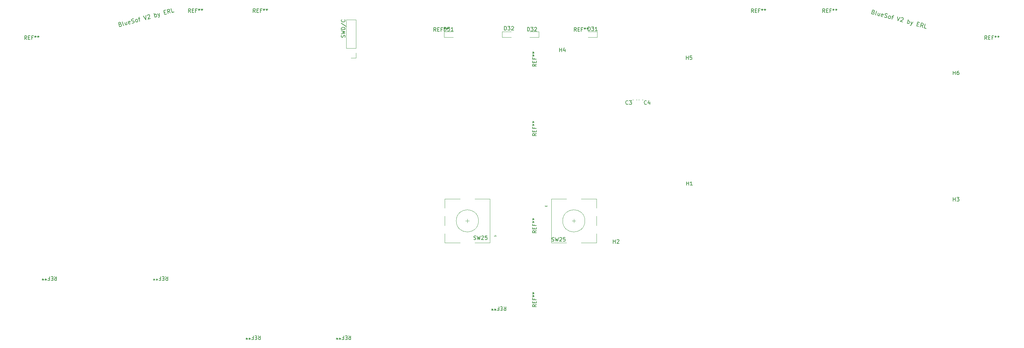
<source format=gto>
G04 #@! TF.GenerationSoftware,KiCad,Pcbnew,(5.99.0-8557-g8988e46ab1)*
G04 #@! TF.CreationDate,2021-01-24T23:32:50-07:00*
G04 #@! TF.ProjectId,Panel,50616e65-6c2e-46b6-9963-61645f706362,rev?*
G04 #@! TF.SameCoordinates,PX85099e0PY51bada0*
G04 #@! TF.FileFunction,Legend,Top*
G04 #@! TF.FilePolarity,Positive*
%FSLAX46Y46*%
G04 Gerber Fmt 4.6, Leading zero omitted, Abs format (unit mm)*
G04 Created by KiCad (PCBNEW (5.99.0-8557-g8988e46ab1)) date 2021-01-24 23:32:50*
%MOMM*%
%LPD*%
G01*
G04 APERTURE LIST*
%ADD10C,0.200000*%
%ADD11C,0.150000*%
%ADD12C,0.120000*%
G04 APERTURE END LIST*
D10*
X-115250141Y30600879D02*
X-115084795Y30590954D01*
X-115020642Y30553915D01*
X-114942932Y30466280D01*
X-114902260Y30314492D01*
X-114925742Y30199743D01*
X-114962781Y30135589D01*
X-115050416Y30057879D01*
X-115455185Y29949421D01*
X-115739886Y31011940D01*
X-115385713Y31106840D01*
X-115270963Y31083358D01*
X-115206810Y31046319D01*
X-115129100Y30958684D01*
X-115101985Y30857492D01*
X-115125467Y30742743D01*
X-115162506Y30678589D01*
X-115250141Y30600879D01*
X-115604314Y30505979D01*
X-114240878Y30274794D02*
X-114355627Y30298276D01*
X-114433338Y30385911D01*
X-114677367Y31296641D01*
X-113570545Y31213612D02*
X-113380744Y30505266D01*
X-114025910Y31091597D02*
X-113876781Y30535040D01*
X-113799070Y30447405D01*
X-113684321Y30423923D01*
X-113532532Y30464594D01*
X-113444897Y30542305D01*
X-113407858Y30606458D01*
X-112483571Y30799892D02*
X-112571206Y30722181D01*
X-112773591Y30667952D01*
X-112888340Y30691434D01*
X-112966051Y30779069D01*
X-113074508Y31183838D01*
X-113051026Y31298587D01*
X-112963391Y31376298D01*
X-112761007Y31430527D01*
X-112646257Y31407045D01*
X-112568547Y31319410D01*
X-112541433Y31218218D01*
X-113020279Y30981454D01*
X-112028206Y30921906D02*
X-111862861Y30911982D01*
X-111609880Y30979768D01*
X-111522245Y31057478D01*
X-111485206Y31121631D01*
X-111461724Y31236381D01*
X-111488839Y31337573D01*
X-111566549Y31425208D01*
X-111630702Y31462247D01*
X-111745452Y31485729D01*
X-111961394Y31482096D01*
X-112076143Y31505578D01*
X-112140296Y31542617D01*
X-112218007Y31630252D01*
X-112245121Y31731444D01*
X-112221639Y31846193D01*
X-112184600Y31910347D01*
X-112096965Y31988057D01*
X-111843985Y32055843D01*
X-111678639Y32045919D01*
X-110800342Y31196683D02*
X-110915092Y31220164D01*
X-110979245Y31257203D01*
X-111056955Y31344838D01*
X-111138299Y31648415D01*
X-111114817Y31763164D01*
X-111077778Y31827318D01*
X-110990143Y31905028D01*
X-110838354Y31945700D01*
X-110723605Y31922218D01*
X-110659452Y31885179D01*
X-110581741Y31797544D01*
X-110500398Y31493967D01*
X-110523880Y31379218D01*
X-110560919Y31315065D01*
X-110648554Y31237354D01*
X-110800342Y31196683D01*
X-110332393Y32081272D02*
X-109927624Y32189729D01*
X-109990804Y31413598D02*
X-110234834Y32324328D01*
X-110211352Y32439077D01*
X-110123717Y32516788D01*
X-110022525Y32543902D01*
X-109010602Y32815046D02*
X-108371729Y31847428D01*
X-108302257Y33004846D01*
X-107971566Y32984997D02*
X-107934527Y33049151D01*
X-107846892Y33126861D01*
X-107593911Y33194647D01*
X-107479162Y33171165D01*
X-107415008Y33134126D01*
X-107337298Y33046491D01*
X-107310184Y32945299D01*
X-107320108Y32779954D01*
X-107764575Y32010114D01*
X-107106826Y32186357D01*
X-105841923Y32525287D02*
X-106126624Y33587805D01*
X-106018166Y33183037D02*
X-105930531Y33260747D01*
X-105728147Y33314976D01*
X-105613397Y33291494D01*
X-105549244Y33254455D01*
X-105471534Y33166820D01*
X-105390191Y32863243D01*
X-105413672Y32748494D01*
X-105450711Y32684341D01*
X-105538346Y32606630D01*
X-105740731Y32552401D01*
X-105855480Y32575883D01*
X-105171590Y33464105D02*
X-104728808Y32823545D01*
X-104665628Y33599677D02*
X-104728808Y32823545D01*
X-104762215Y32543450D01*
X-104799254Y32479297D01*
X-104886889Y32401586D01*
X-103410650Y33773261D02*
X-103056477Y33868161D01*
X-102755560Y33352276D02*
X-103261521Y33216704D01*
X-103546222Y34279222D01*
X-103040261Y34414794D01*
X-101693042Y33636976D02*
X-102182786Y34048037D01*
X-102300195Y33474290D02*
X-102584896Y34536809D01*
X-102180127Y34645266D01*
X-102065378Y34621784D01*
X-102001224Y34584745D01*
X-101923514Y34497110D01*
X-101882842Y34345322D01*
X-101906324Y34230573D01*
X-101943363Y34166419D01*
X-102030998Y34088709D01*
X-102435767Y33980251D01*
X-100731715Y33894563D02*
X-101237676Y33758991D01*
X-101522377Y34821510D01*
X88085374Y33880465D02*
X88223605Y33789198D01*
X88260644Y33725044D01*
X88284125Y33610295D01*
X88243454Y33458507D01*
X88165743Y33370872D01*
X88101590Y33333833D01*
X87986841Y33310351D01*
X87582072Y33418808D01*
X87866773Y34481327D01*
X88220945Y34386427D01*
X88308580Y34308716D01*
X88345619Y34244563D01*
X88369101Y34129813D01*
X88341987Y34028621D01*
X88264276Y33940986D01*
X88200123Y33903947D01*
X88085374Y33880465D01*
X87731201Y33975366D01*
X88796378Y33093436D02*
X88708743Y33171146D01*
X88685262Y33285896D01*
X88929291Y34196626D01*
X89846313Y33571309D02*
X89656512Y32862964D01*
X89390948Y33693324D02*
X89241819Y33136767D01*
X89265301Y33022017D01*
X89352936Y32944307D01*
X89504724Y32903635D01*
X89619473Y32927117D01*
X89683627Y32964156D01*
X90580800Y32669531D02*
X90466050Y32646049D01*
X90263666Y32700278D01*
X90176031Y32777988D01*
X90152549Y32892737D01*
X90261006Y33297506D01*
X90338717Y33385141D01*
X90453466Y33408623D01*
X90655851Y33354394D01*
X90743486Y33276684D01*
X90766968Y33161934D01*
X90739853Y33060742D01*
X90206778Y33095122D01*
X91036165Y32547516D02*
X91174396Y32456248D01*
X91427376Y32388462D01*
X91542126Y32411944D01*
X91606279Y32448983D01*
X91683990Y32536618D01*
X91711104Y32637810D01*
X91687622Y32752560D01*
X91650583Y32816713D01*
X91562948Y32894423D01*
X91374121Y32999248D01*
X91286486Y33076959D01*
X91249447Y33141112D01*
X91225965Y33255861D01*
X91253080Y33357054D01*
X91330790Y33444689D01*
X91394943Y33481728D01*
X91509693Y33505209D01*
X91762673Y33437423D01*
X91900905Y33346156D01*
X92236914Y32171547D02*
X92149279Y32249258D01*
X92112240Y32313411D01*
X92088759Y32428160D01*
X92170102Y32731737D01*
X92247812Y32819372D01*
X92311965Y32856411D01*
X92426715Y32879893D01*
X92578503Y32839221D01*
X92666138Y32761511D01*
X92703177Y32697357D01*
X92726659Y32582608D01*
X92645316Y32279031D01*
X92567605Y32191396D01*
X92503452Y32154357D01*
X92388703Y32130876D01*
X92236914Y32171547D01*
X93084464Y32703649D02*
X93489233Y32595192D01*
X93046452Y31954632D02*
X93290481Y32865362D01*
X93368192Y32952997D01*
X93482941Y32976479D01*
X93584134Y32949365D01*
X94596056Y32678221D02*
X94665528Y31520802D01*
X95304402Y32488420D01*
X95580864Y32305885D02*
X95645017Y32342924D01*
X95759767Y32366406D01*
X96012747Y32298620D01*
X96100382Y32220909D01*
X96137421Y32156756D01*
X96160903Y32042006D01*
X96133788Y31940814D01*
X96042521Y31802583D01*
X95272681Y31358116D01*
X95930431Y31181872D01*
X97195333Y30842943D02*
X97480034Y31905461D01*
X97371577Y31500692D02*
X97486326Y31524174D01*
X97688711Y31469945D01*
X97776346Y31392235D01*
X97813385Y31328081D01*
X97836867Y31213332D01*
X97755523Y30909755D01*
X97677813Y30822120D01*
X97613660Y30785081D01*
X97498910Y30761600D01*
X97296526Y30815828D01*
X97208891Y30893539D01*
X98245268Y31320816D02*
X98308448Y30544685D01*
X98751229Y31185244D02*
X98308448Y30544685D01*
X98139470Y30318818D01*
X98075317Y30281779D01*
X97960567Y30258298D01*
X99924864Y30708083D02*
X100279037Y30613183D01*
X100281696Y30015954D02*
X99775735Y30151526D01*
X100060436Y31214045D01*
X100566397Y31078473D01*
X101344215Y29731253D02*
X101125614Y30332115D01*
X100737062Y29893940D02*
X101021762Y30956458D01*
X101426531Y30848000D01*
X101514166Y30770290D01*
X101551205Y30706137D01*
X101574687Y30591387D01*
X101534016Y30439599D01*
X101456305Y30351964D01*
X101392152Y30314925D01*
X101277402Y30291443D01*
X100872633Y30399901D01*
X102305541Y29473667D02*
X101799580Y29609239D01*
X102084281Y30671757D01*
D11*
X-78765576Y33794856D02*
X-79098909Y34271046D01*
X-79337004Y33794856D02*
X-79337004Y34794856D01*
X-78956052Y34794856D01*
X-78860814Y34747236D01*
X-78813195Y34699617D01*
X-78765576Y34604379D01*
X-78765576Y34461522D01*
X-78813195Y34366284D01*
X-78860814Y34318665D01*
X-78956052Y34271046D01*
X-79337004Y34271046D01*
X-78337004Y34318665D02*
X-78003671Y34318665D01*
X-77860814Y33794856D02*
X-78337004Y33794856D01*
X-78337004Y34794856D01*
X-77860814Y34794856D01*
X-77098909Y34318665D02*
X-77432242Y34318665D01*
X-77432242Y33794856D02*
X-77432242Y34794856D01*
X-76956052Y34794856D01*
X-76432242Y34794856D02*
X-76432242Y34556760D01*
X-76670338Y34651998D02*
X-76432242Y34556760D01*
X-76194147Y34651998D01*
X-76575100Y34366284D02*
X-76432242Y34556760D01*
X-76289385Y34366284D01*
X-75670338Y34794856D02*
X-75670338Y34556760D01*
X-75908433Y34651998D02*
X-75670338Y34556760D01*
X-75432242Y34651998D01*
X-75813195Y34366284D02*
X-75670338Y34556760D01*
X-75527481Y34366284D01*
X-54600485Y27066284D02*
X-54552866Y27209141D01*
X-54552866Y27447236D01*
X-54600485Y27542475D01*
X-54648104Y27590094D01*
X-54743342Y27637713D01*
X-54838580Y27637713D01*
X-54933818Y27590094D01*
X-54981437Y27542475D01*
X-55029056Y27447236D01*
X-55076675Y27256760D01*
X-55124294Y27161522D01*
X-55171913Y27113903D01*
X-55267151Y27066284D01*
X-55362389Y27066284D01*
X-55457627Y27113903D01*
X-55505246Y27161522D01*
X-55552866Y27256760D01*
X-55552866Y27494856D01*
X-55505246Y27637713D01*
X-55552866Y27971046D02*
X-54552866Y28209141D01*
X-55267151Y28399617D01*
X-54552866Y28590094D01*
X-55552866Y28828189D01*
X-54552866Y29209141D02*
X-55552866Y29209141D01*
X-55552866Y29447236D01*
X-55505246Y29590094D01*
X-55410008Y29685332D01*
X-55314770Y29732951D01*
X-55124294Y29780570D01*
X-54981437Y29780570D01*
X-54790961Y29732951D01*
X-54695723Y29685332D01*
X-54600485Y29590094D01*
X-54552866Y29447236D01*
X-54552866Y29209141D01*
X-55600485Y30923427D02*
X-54314770Y30066284D01*
X-54648104Y31828189D02*
X-54600485Y31780570D01*
X-54552866Y31637713D01*
X-54552866Y31542475D01*
X-54600485Y31399617D01*
X-54695723Y31304379D01*
X-54790961Y31256760D01*
X-54981437Y31209141D01*
X-55124294Y31209141D01*
X-55314770Y31256760D01*
X-55410008Y31304379D01*
X-55505246Y31399617D01*
X-55552866Y31542475D01*
X-55552866Y31637713D01*
X-55505246Y31780570D01*
X-55457627Y31828189D01*
X-2965390Y-45186097D02*
X-3441580Y-45519430D01*
X-2965390Y-45757525D02*
X-3965390Y-45757525D01*
X-3965390Y-45376573D01*
X-3917770Y-45281335D01*
X-3870151Y-45233716D01*
X-3774913Y-45186097D01*
X-3632056Y-45186097D01*
X-3536818Y-45233716D01*
X-3489199Y-45281335D01*
X-3441580Y-45376573D01*
X-3441580Y-45757525D01*
X-3489199Y-44757525D02*
X-3489199Y-44424192D01*
X-2965390Y-44281335D02*
X-2965390Y-44757525D01*
X-3965390Y-44757525D01*
X-3965390Y-44281335D01*
X-3489199Y-43519430D02*
X-3489199Y-43852764D01*
X-2965390Y-43852764D02*
X-3965390Y-43852764D01*
X-3965390Y-43376573D01*
X-3965390Y-42852764D02*
X-3727294Y-42852764D01*
X-3822532Y-43090859D02*
X-3727294Y-42852764D01*
X-3822532Y-42614668D01*
X-3536818Y-42995621D02*
X-3727294Y-42852764D01*
X-3536818Y-42709906D01*
X-3965390Y-42090859D02*
X-3727294Y-42090859D01*
X-3822532Y-42328954D02*
X-3727294Y-42090859D01*
X-3822532Y-41852764D01*
X-3536818Y-42233716D02*
X-3727294Y-42090859D01*
X-3536818Y-41948002D01*
X-5317580Y28744856D02*
X-5317580Y29744856D01*
X-5079485Y29744856D01*
X-4936628Y29697236D01*
X-4841390Y29601998D01*
X-4793771Y29506760D01*
X-4746152Y29316284D01*
X-4746152Y29173427D01*
X-4793771Y28982951D01*
X-4841390Y28887713D01*
X-4936628Y28792475D01*
X-5079485Y28744856D01*
X-5317580Y28744856D01*
X-4412818Y29744856D02*
X-3793771Y29744856D01*
X-4127104Y29363903D01*
X-3984247Y29363903D01*
X-3889009Y29316284D01*
X-3841390Y29268665D01*
X-3793771Y29173427D01*
X-3793771Y28935332D01*
X-3841390Y28840094D01*
X-3889009Y28792475D01*
X-3984247Y28744856D01*
X-4269961Y28744856D01*
X-4365199Y28792475D01*
X-4412818Y28840094D01*
X-3412818Y29649617D02*
X-3365199Y29697236D01*
X-3269961Y29744856D01*
X-3031866Y29744856D01*
X-2936628Y29697236D01*
X-2889009Y29649617D01*
X-2841390Y29554379D01*
X-2841390Y29459141D01*
X-2889009Y29316284D01*
X-3460437Y28744856D01*
X-2841390Y28744856D01*
X74959344Y33776185D02*
X74626011Y34252375D01*
X74387916Y33776185D02*
X74387916Y34776185D01*
X74768868Y34776185D01*
X74864106Y34728565D01*
X74911725Y34680946D01*
X74959344Y34585708D01*
X74959344Y34442851D01*
X74911725Y34347613D01*
X74864106Y34299994D01*
X74768868Y34252375D01*
X74387916Y34252375D01*
X75387916Y34299994D02*
X75721249Y34299994D01*
X75864106Y33776185D02*
X75387916Y33776185D01*
X75387916Y34776185D01*
X75864106Y34776185D01*
X76626011Y34299994D02*
X76292678Y34299994D01*
X76292678Y33776185D02*
X76292678Y34776185D01*
X76768868Y34776185D01*
X77292678Y34776185D02*
X77292678Y34538089D01*
X77054582Y34633327D02*
X77292678Y34538089D01*
X77530773Y34633327D01*
X77149820Y34347613D02*
X77292678Y34538089D01*
X77435535Y34347613D01*
X78054582Y34776185D02*
X78054582Y34538089D01*
X77816487Y34633327D02*
X78054582Y34538089D01*
X78292678Y34633327D01*
X77911725Y34347613D02*
X78054582Y34538089D01*
X78197439Y34347613D01*
X37634801Y-12930144D02*
X37634801Y-11930144D01*
X37634801Y-12406335D02*
X38206229Y-12406335D01*
X38206229Y-12930144D02*
X38206229Y-11930144D01*
X39206229Y-12930144D02*
X38634801Y-12930144D01*
X38920515Y-12930144D02*
X38920515Y-11930144D01*
X38825277Y-12073002D01*
X38730039Y-12168240D01*
X38634801Y-12215859D01*
X-27819532Y28794856D02*
X-27819532Y29794856D01*
X-27581437Y29794856D01*
X-27438580Y29747236D01*
X-27343342Y29651998D01*
X-27295723Y29556760D01*
X-27248104Y29366284D01*
X-27248104Y29223427D01*
X-27295723Y29032951D01*
X-27343342Y28937713D01*
X-27438580Y28842475D01*
X-27581437Y28794856D01*
X-27819532Y28794856D01*
X-26914770Y29794856D02*
X-26295723Y29794856D01*
X-26629056Y29413903D01*
X-26486199Y29413903D01*
X-26390961Y29366284D01*
X-26343342Y29318665D01*
X-26295723Y29223427D01*
X-26295723Y28985332D01*
X-26343342Y28890094D01*
X-26390961Y28842475D01*
X-26486199Y28794856D01*
X-26771913Y28794856D01*
X-26867151Y28842475D01*
X-26914770Y28890094D01*
X-25343342Y28794856D02*
X-25914770Y28794856D01*
X-25629056Y28794856D02*
X-25629056Y29794856D01*
X-25724294Y29651998D01*
X-25819532Y29556760D01*
X-25914770Y29509141D01*
X-103001715Y-37600383D02*
X-102668382Y-38076573D01*
X-102430287Y-37600383D02*
X-102430287Y-38600383D01*
X-102811239Y-38600383D01*
X-102906477Y-38552764D01*
X-102954096Y-38505144D01*
X-103001715Y-38409906D01*
X-103001715Y-38267049D01*
X-102954096Y-38171811D01*
X-102906477Y-38124192D01*
X-102811239Y-38076573D01*
X-102430287Y-38076573D01*
X-103430287Y-38124192D02*
X-103763620Y-38124192D01*
X-103906477Y-37600383D02*
X-103430287Y-37600383D01*
X-103430287Y-38600383D01*
X-103906477Y-38600383D01*
X-104668382Y-38124192D02*
X-104335048Y-38124192D01*
X-104335048Y-37600383D02*
X-104335048Y-38600383D01*
X-104811239Y-38600383D01*
X-105335048Y-38600383D02*
X-105335048Y-38362287D01*
X-105096953Y-38457525D02*
X-105335048Y-38362287D01*
X-105573144Y-38457525D01*
X-105192191Y-38171811D02*
X-105335048Y-38362287D01*
X-105477906Y-38171811D01*
X-106096953Y-38600383D02*
X-106096953Y-38362287D01*
X-105858858Y-38457525D02*
X-106096953Y-38362287D01*
X-106335048Y-38457525D01*
X-105954096Y-38171811D02*
X-106096953Y-38362287D01*
X-106239810Y-38171811D01*
X17859801Y-28605144D02*
X17859801Y-27605144D01*
X17859801Y-28081335D02*
X18431229Y-28081335D01*
X18431229Y-28605144D02*
X18431229Y-27605144D01*
X18859801Y-27700383D02*
X18907420Y-27652764D01*
X19002658Y-27605144D01*
X19240753Y-27605144D01*
X19335991Y-27652764D01*
X19383610Y-27700383D01*
X19431229Y-27795621D01*
X19431229Y-27890859D01*
X19383610Y-28033716D01*
X18812182Y-28605144D01*
X19431229Y-28605144D01*
X7873896Y28694856D02*
X7540563Y29171046D01*
X7302468Y28694856D02*
X7302468Y29694856D01*
X7683420Y29694856D01*
X7778658Y29647236D01*
X7826277Y29599617D01*
X7873896Y29504379D01*
X7873896Y29361522D01*
X7826277Y29266284D01*
X7778658Y29218665D01*
X7683420Y29171046D01*
X7302468Y29171046D01*
X8302468Y29218665D02*
X8635801Y29218665D01*
X8778658Y28694856D02*
X8302468Y28694856D01*
X8302468Y29694856D01*
X8778658Y29694856D01*
X9540563Y29218665D02*
X9207230Y29218665D01*
X9207230Y28694856D02*
X9207230Y29694856D01*
X9683420Y29694856D01*
X10207230Y29694856D02*
X10207230Y29456760D01*
X9969134Y29551998D02*
X10207230Y29456760D01*
X10445325Y29551998D01*
X10064372Y29266284D02*
X10207230Y29456760D01*
X10350087Y29266284D01*
X10969134Y29694856D02*
X10969134Y29456760D01*
X10731039Y29551998D02*
X10969134Y29456760D01*
X11207230Y29551998D01*
X10826277Y29266284D02*
X10969134Y29456760D01*
X11111991Y29266284D01*
X109634801Y-17230144D02*
X109634801Y-16230144D01*
X109634801Y-16706335D02*
X110206229Y-16706335D01*
X110206229Y-17230144D02*
X110206229Y-16230144D01*
X110587182Y-16230144D02*
X111206229Y-16230144D01*
X110872896Y-16611097D01*
X111015753Y-16611097D01*
X111110991Y-16658716D01*
X111158610Y-16706335D01*
X111206229Y-16801573D01*
X111206229Y-17039668D01*
X111158610Y-17134906D01*
X111110991Y-17182525D01*
X111015753Y-17230144D01*
X110730039Y-17230144D01*
X110634801Y-17182525D01*
X110587182Y-17134906D01*
X-11687697Y-45777624D02*
X-11354364Y-46253814D01*
X-11116269Y-45777624D02*
X-11116269Y-46777624D01*
X-11497221Y-46777624D01*
X-11592459Y-46730005D01*
X-11640078Y-46682385D01*
X-11687697Y-46587147D01*
X-11687697Y-46444290D01*
X-11640078Y-46349052D01*
X-11592459Y-46301433D01*
X-11497221Y-46253814D01*
X-11116269Y-46253814D01*
X-12116269Y-46301433D02*
X-12449602Y-46301433D01*
X-12592459Y-45777624D02*
X-12116269Y-45777624D01*
X-12116269Y-46777624D01*
X-12592459Y-46777624D01*
X-13354364Y-46301433D02*
X-13021030Y-46301433D01*
X-13021030Y-45777624D02*
X-13021030Y-46777624D01*
X-13497221Y-46777624D01*
X-14021030Y-46777624D02*
X-14021030Y-46539528D01*
X-13782935Y-46634766D02*
X-14021030Y-46539528D01*
X-14259126Y-46634766D01*
X-13878173Y-46349052D02*
X-14021030Y-46539528D01*
X-14163888Y-46349052D01*
X-14782935Y-46777624D02*
X-14782935Y-46539528D01*
X-14544840Y-46634766D02*
X-14782935Y-46539528D01*
X-15021030Y-46634766D01*
X-14640078Y-46349052D02*
X-14782935Y-46539528D01*
X-14925792Y-46349052D01*
X-96265576Y33794856D02*
X-96598909Y34271046D01*
X-96837004Y33794856D02*
X-96837004Y34794856D01*
X-96456052Y34794856D01*
X-96360814Y34747236D01*
X-96313195Y34699617D01*
X-96265576Y34604379D01*
X-96265576Y34461522D01*
X-96313195Y34366284D01*
X-96360814Y34318665D01*
X-96456052Y34271046D01*
X-96837004Y34271046D01*
X-95837004Y34318665D02*
X-95503671Y34318665D01*
X-95360814Y33794856D02*
X-95837004Y33794856D01*
X-95837004Y34794856D01*
X-95360814Y34794856D01*
X-94598909Y34318665D02*
X-94932242Y34318665D01*
X-94932242Y33794856D02*
X-94932242Y34794856D01*
X-94456052Y34794856D01*
X-93932242Y34794856D02*
X-93932242Y34556760D01*
X-94170338Y34651998D02*
X-93932242Y34556760D01*
X-93694147Y34651998D01*
X-94075100Y34366284D02*
X-93932242Y34556760D01*
X-93789385Y34366284D01*
X-93170338Y34794856D02*
X-93170338Y34556760D01*
X-93408433Y34651998D02*
X-93170338Y34556760D01*
X-92932242Y34651998D01*
X-93313195Y34366284D02*
X-93170338Y34556760D01*
X-93027481Y34366284D01*
X55725530Y33776185D02*
X55392197Y34252375D01*
X55154102Y33776185D02*
X55154102Y34776185D01*
X55535054Y34776185D01*
X55630292Y34728565D01*
X55677911Y34680946D01*
X55725530Y34585708D01*
X55725530Y34442851D01*
X55677911Y34347613D01*
X55630292Y34299994D01*
X55535054Y34252375D01*
X55154102Y34252375D01*
X56154102Y34299994D02*
X56487435Y34299994D01*
X56630292Y33776185D02*
X56154102Y33776185D01*
X56154102Y34776185D01*
X56630292Y34776185D01*
X57392197Y34299994D02*
X57058864Y34299994D01*
X57058864Y33776185D02*
X57058864Y34776185D01*
X57535054Y34776185D01*
X58058864Y34776185D02*
X58058864Y34538089D01*
X57820768Y34633327D02*
X58058864Y34538089D01*
X58296959Y34633327D01*
X57916006Y34347613D02*
X58058864Y34538089D01*
X58201721Y34347613D01*
X58820768Y34776185D02*
X58820768Y34538089D01*
X58582673Y34633327D02*
X58820768Y34538089D01*
X59058864Y34633327D01*
X58677911Y34347613D02*
X58820768Y34538089D01*
X58963625Y34347613D01*
X-19814770Y-27557525D02*
X-19671913Y-27605144D01*
X-19433818Y-27605144D01*
X-19338580Y-27557525D01*
X-19290961Y-27509906D01*
X-19243342Y-27414668D01*
X-19243342Y-27319430D01*
X-19290961Y-27224192D01*
X-19338580Y-27176573D01*
X-19433818Y-27128954D01*
X-19624294Y-27081335D01*
X-19719532Y-27033716D01*
X-19767151Y-26986097D01*
X-19814770Y-26890859D01*
X-19814770Y-26795621D01*
X-19767151Y-26700383D01*
X-19719532Y-26652764D01*
X-19624294Y-26605144D01*
X-19386199Y-26605144D01*
X-19243342Y-26652764D01*
X-18910008Y-26605144D02*
X-18671913Y-27605144D01*
X-18481437Y-26890859D01*
X-18290961Y-27605144D01*
X-18052866Y-26605144D01*
X-17719532Y-26700383D02*
X-17671913Y-26652764D01*
X-17576675Y-26605144D01*
X-17338580Y-26605144D01*
X-17243342Y-26652764D01*
X-17195723Y-26700383D01*
X-17148104Y-26795621D01*
X-17148104Y-26890859D01*
X-17195723Y-27033716D01*
X-17767151Y-27605144D01*
X-17148104Y-27605144D01*
X-16243342Y-26605144D02*
X-16719532Y-26605144D01*
X-16767151Y-27081335D01*
X-16719532Y-27033716D01*
X-16624294Y-26986097D01*
X-16386199Y-26986097D01*
X-16290961Y-27033716D01*
X-16243342Y-27081335D01*
X-16195723Y-27176573D01*
X-16195723Y-27414668D01*
X-16243342Y-27509906D01*
X-16290961Y-27557525D01*
X-16386199Y-27605144D01*
X-16624294Y-27605144D01*
X-16719532Y-27557525D01*
X-16767151Y-27509906D01*
X11082420Y28844856D02*
X11082420Y29844856D01*
X11320515Y29844856D01*
X11463372Y29797236D01*
X11558610Y29701998D01*
X11606229Y29606760D01*
X11653848Y29416284D01*
X11653848Y29273427D01*
X11606229Y29082951D01*
X11558610Y28987713D01*
X11463372Y28892475D01*
X11320515Y28844856D01*
X11082420Y28844856D01*
X11987182Y29844856D02*
X12606229Y29844856D01*
X12272896Y29463903D01*
X12415753Y29463903D01*
X12510991Y29416284D01*
X12558610Y29368665D01*
X12606229Y29273427D01*
X12606229Y29035332D01*
X12558610Y28940094D01*
X12510991Y28892475D01*
X12415753Y28844856D01*
X12130039Y28844856D01*
X12034801Y28892475D01*
X11987182Y28940094D01*
X13558610Y28844856D02*
X12987182Y28844856D01*
X13272896Y28844856D02*
X13272896Y29844856D01*
X13177658Y29701998D01*
X13082420Y29606760D01*
X12987182Y29559141D01*
X37534801Y21069856D02*
X37534801Y22069856D01*
X37534801Y21593665D02*
X38106229Y21593665D01*
X38106229Y21069856D02*
X38106229Y22069856D01*
X39058610Y22069856D02*
X38582420Y22069856D01*
X38534801Y21593665D01*
X38582420Y21641284D01*
X38677658Y21688903D01*
X38915753Y21688903D01*
X39010991Y21641284D01*
X39058610Y21593665D01*
X39106229Y21498427D01*
X39106229Y21260332D01*
X39058610Y21165094D01*
X39010991Y21117475D01*
X38915753Y21069856D01*
X38677658Y21069856D01*
X38582420Y21117475D01*
X38534801Y21165094D01*
X118724369Y26460841D02*
X118391036Y26937031D01*
X118152941Y26460841D02*
X118152941Y27460841D01*
X118533893Y27460841D01*
X118629131Y27413221D01*
X118676750Y27365602D01*
X118724369Y27270364D01*
X118724369Y27127507D01*
X118676750Y27032269D01*
X118629131Y26984650D01*
X118533893Y26937031D01*
X118152941Y26937031D01*
X119152941Y26984650D02*
X119486274Y26984650D01*
X119629131Y26460841D02*
X119152941Y26460841D01*
X119152941Y27460841D01*
X119629131Y27460841D01*
X120391036Y26984650D02*
X120057703Y26984650D01*
X120057703Y26460841D02*
X120057703Y27460841D01*
X120533893Y27460841D01*
X121057703Y27460841D02*
X121057703Y27222745D01*
X120819607Y27317983D02*
X121057703Y27222745D01*
X121295798Y27317983D01*
X120914845Y27032269D02*
X121057703Y27222745D01*
X121200560Y27032269D01*
X121819607Y27460841D02*
X121819607Y27222745D01*
X121581512Y27317983D02*
X121819607Y27222745D01*
X122057703Y27317983D01*
X121676750Y27032269D02*
X121819607Y27222745D01*
X121962464Y27032269D01*
X-2965390Y1063903D02*
X-3441580Y730570D01*
X-2965390Y492475D02*
X-3965390Y492475D01*
X-3965390Y873427D01*
X-3917770Y968665D01*
X-3870151Y1016284D01*
X-3774913Y1063903D01*
X-3632056Y1063903D01*
X-3536818Y1016284D01*
X-3489199Y968665D01*
X-3441580Y873427D01*
X-3441580Y492475D01*
X-3489199Y1492475D02*
X-3489199Y1825808D01*
X-2965390Y1968665D02*
X-2965390Y1492475D01*
X-3965390Y1492475D01*
X-3965390Y1968665D01*
X-3489199Y2730570D02*
X-3489199Y2397236D01*
X-2965390Y2397236D02*
X-3965390Y2397236D01*
X-3965390Y2873427D01*
X-3965390Y3397236D02*
X-3727294Y3397236D01*
X-3822532Y3159141D02*
X-3727294Y3397236D01*
X-3822532Y3635332D01*
X-3536818Y3254379D02*
X-3727294Y3397236D01*
X-3536818Y3540094D01*
X-3965390Y4159141D02*
X-3727294Y4159141D01*
X-3822532Y3921046D02*
X-3727294Y4159141D01*
X-3822532Y4397236D01*
X-3536818Y4016284D02*
X-3727294Y4159141D01*
X-3536818Y4301998D01*
X21830039Y9040094D02*
X21782420Y8992475D01*
X21639563Y8944856D01*
X21544325Y8944856D01*
X21401467Y8992475D01*
X21306229Y9087713D01*
X21258610Y9182951D01*
X21210991Y9373427D01*
X21210991Y9516284D01*
X21258610Y9706760D01*
X21306229Y9801998D01*
X21401467Y9897236D01*
X21544325Y9944856D01*
X21639563Y9944856D01*
X21782420Y9897236D01*
X21830039Y9849617D01*
X22163372Y9944856D02*
X22782420Y9944856D01*
X22449086Y9563903D01*
X22591944Y9563903D01*
X22687182Y9516284D01*
X22734801Y9468665D01*
X22782420Y9373427D01*
X22782420Y9135332D01*
X22734801Y9040094D01*
X22687182Y8992475D01*
X22591944Y8944856D01*
X22306229Y8944856D01*
X22210991Y8992475D01*
X22163372Y9040094D01*
X26830039Y9040094D02*
X26782420Y8992475D01*
X26639563Y8944856D01*
X26544325Y8944856D01*
X26401467Y8992475D01*
X26306229Y9087713D01*
X26258610Y9182951D01*
X26210991Y9373427D01*
X26210991Y9516284D01*
X26258610Y9706760D01*
X26306229Y9801998D01*
X26401467Y9897236D01*
X26544325Y9944856D01*
X26639563Y9944856D01*
X26782420Y9897236D01*
X26830039Y9849617D01*
X27687182Y9611522D02*
X27687182Y8944856D01*
X27449086Y9992475D02*
X27210991Y9278189D01*
X27830039Y9278189D01*
X-2965390Y19813903D02*
X-3441580Y19480570D01*
X-2965390Y19242475D02*
X-3965390Y19242475D01*
X-3965390Y19623427D01*
X-3917770Y19718665D01*
X-3870151Y19766284D01*
X-3774913Y19813903D01*
X-3632056Y19813903D01*
X-3536818Y19766284D01*
X-3489199Y19718665D01*
X-3441580Y19623427D01*
X-3441580Y19242475D01*
X-3489199Y20242475D02*
X-3489199Y20575808D01*
X-2965390Y20718665D02*
X-2965390Y20242475D01*
X-3965390Y20242475D01*
X-3965390Y20718665D01*
X-3489199Y21480570D02*
X-3489199Y21147236D01*
X-2965390Y21147236D02*
X-3965390Y21147236D01*
X-3965390Y21623427D01*
X-3965390Y22147236D02*
X-3727294Y22147236D01*
X-3822532Y21909141D02*
X-3727294Y22147236D01*
X-3822532Y22385332D01*
X-3536818Y22004379D02*
X-3727294Y22147236D01*
X-3536818Y22290094D01*
X-3965390Y22909141D02*
X-3727294Y22909141D01*
X-3822532Y22671046D02*
X-3727294Y22909141D01*
X-3822532Y23147236D01*
X-3536818Y22766284D02*
X-3727294Y22909141D01*
X-3536818Y23051998D01*
X-2965390Y-25186097D02*
X-3441580Y-25519430D01*
X-2965390Y-25757525D02*
X-3965390Y-25757525D01*
X-3965390Y-25376573D01*
X-3917770Y-25281335D01*
X-3870151Y-25233716D01*
X-3774913Y-25186097D01*
X-3632056Y-25186097D01*
X-3536818Y-25233716D01*
X-3489199Y-25281335D01*
X-3441580Y-25376573D01*
X-3441580Y-25757525D01*
X-3489199Y-24757525D02*
X-3489199Y-24424192D01*
X-2965390Y-24281335D02*
X-2965390Y-24757525D01*
X-3965390Y-24757525D01*
X-3965390Y-24281335D01*
X-3489199Y-23519430D02*
X-3489199Y-23852764D01*
X-2965390Y-23852764D02*
X-3965390Y-23852764D01*
X-3965390Y-23376573D01*
X-3965390Y-22852764D02*
X-3727294Y-22852764D01*
X-3822532Y-23090859D02*
X-3727294Y-22852764D01*
X-3822532Y-22614668D01*
X-3536818Y-22995621D02*
X-3727294Y-22852764D01*
X-3536818Y-22709906D01*
X-3965390Y-22090859D02*
X-3727294Y-22090859D01*
X-3822532Y-22328954D02*
X-3727294Y-22090859D01*
X-3822532Y-21852764D01*
X-3536818Y-22233716D02*
X-3727294Y-22090859D01*
X-3536818Y-21948002D01*
X3359801Y23194856D02*
X3359801Y24194856D01*
X3359801Y23718665D02*
X3931229Y23718665D01*
X3931229Y23194856D02*
X3931229Y24194856D01*
X4835991Y23861522D02*
X4835991Y23194856D01*
X4597896Y24242475D02*
X4359801Y23528189D01*
X4978848Y23528189D01*
X-30001104Y28694856D02*
X-30334437Y29171046D01*
X-30572532Y28694856D02*
X-30572532Y29694856D01*
X-30191580Y29694856D01*
X-30096342Y29647236D01*
X-30048723Y29599617D01*
X-30001104Y29504379D01*
X-30001104Y29361522D01*
X-30048723Y29266284D01*
X-30096342Y29218665D01*
X-30191580Y29171046D01*
X-30572532Y29171046D01*
X-29572532Y29218665D02*
X-29239199Y29218665D01*
X-29096342Y28694856D02*
X-29572532Y28694856D01*
X-29572532Y29694856D01*
X-29096342Y29694856D01*
X-28334437Y29218665D02*
X-28667770Y29218665D01*
X-28667770Y28694856D02*
X-28667770Y29694856D01*
X-28191580Y29694856D01*
X-27667770Y29694856D02*
X-27667770Y29456760D01*
X-27905866Y29551998D02*
X-27667770Y29456760D01*
X-27429675Y29551998D01*
X-27810628Y29266284D02*
X-27667770Y29456760D01*
X-27524913Y29266284D01*
X-26905866Y29694856D02*
X-26905866Y29456760D01*
X-27143961Y29551998D02*
X-26905866Y29456760D01*
X-26667770Y29551998D01*
X-27048723Y29266284D02*
X-26905866Y29456760D01*
X-26763009Y29266284D01*
X-133001715Y-37600383D02*
X-132668382Y-38076573D01*
X-132430287Y-37600383D02*
X-132430287Y-38600383D01*
X-132811239Y-38600383D01*
X-132906477Y-38552764D01*
X-132954096Y-38505144D01*
X-133001715Y-38409906D01*
X-133001715Y-38267049D01*
X-132954096Y-38171811D01*
X-132906477Y-38124192D01*
X-132811239Y-38076573D01*
X-132430287Y-38076573D01*
X-133430287Y-38124192D02*
X-133763620Y-38124192D01*
X-133906477Y-37600383D02*
X-133430287Y-37600383D01*
X-133430287Y-38600383D01*
X-133906477Y-38600383D01*
X-134668382Y-38124192D02*
X-134335048Y-38124192D01*
X-134335048Y-37600383D02*
X-134335048Y-38600383D01*
X-134811239Y-38600383D01*
X-135335048Y-38600383D02*
X-135335048Y-38362287D01*
X-135096953Y-38457525D02*
X-135335048Y-38362287D01*
X-135573144Y-38457525D01*
X-135192191Y-38171811D02*
X-135335048Y-38362287D01*
X-135477906Y-38171811D01*
X-136096953Y-38600383D02*
X-136096953Y-38362287D01*
X-135858858Y-38457525D02*
X-136096953Y-38362287D01*
X-136335048Y-38457525D01*
X-135954096Y-38171811D02*
X-136096953Y-38362287D01*
X-136239810Y-38171811D01*
X-140476576Y26460841D02*
X-140809909Y26937031D01*
X-141048004Y26460841D02*
X-141048004Y27460841D01*
X-140667052Y27460841D01*
X-140571814Y27413221D01*
X-140524195Y27365602D01*
X-140476576Y27270364D01*
X-140476576Y27127507D01*
X-140524195Y27032269D01*
X-140571814Y26984650D01*
X-140667052Y26937031D01*
X-141048004Y26937031D01*
X-140048004Y26984650D02*
X-139714671Y26984650D01*
X-139571814Y26460841D02*
X-140048004Y26460841D01*
X-140048004Y27460841D01*
X-139571814Y27460841D01*
X-138809910Y26984650D02*
X-139143244Y26984650D01*
X-139143244Y26460841D02*
X-139143244Y27460841D01*
X-138667053Y27460841D01*
X-138143244Y27460841D02*
X-138143244Y27222745D01*
X-138381339Y27317983D02*
X-138143244Y27222745D01*
X-137905148Y27317983D01*
X-138286101Y27032269D02*
X-138143244Y27222745D01*
X-138000386Y27032269D01*
X-137381339Y27460841D02*
X-137381339Y27222745D01*
X-137619434Y27317983D02*
X-137381339Y27222745D01*
X-137143244Y27317983D01*
X-137524196Y27032269D02*
X-137381339Y27222745D01*
X-137238482Y27032269D01*
X-11519532Y28994856D02*
X-11519532Y29994856D01*
X-11281437Y29994856D01*
X-11138580Y29947236D01*
X-11043342Y29851998D01*
X-10995723Y29756760D01*
X-10948104Y29566284D01*
X-10948104Y29423427D01*
X-10995723Y29232951D01*
X-11043342Y29137713D01*
X-11138580Y29042475D01*
X-11281437Y28994856D01*
X-11519532Y28994856D01*
X-10614770Y29994856D02*
X-9995723Y29994856D01*
X-10329056Y29613903D01*
X-10186199Y29613903D01*
X-10090961Y29566284D01*
X-10043342Y29518665D01*
X-9995723Y29423427D01*
X-9995723Y29185332D01*
X-10043342Y29090094D01*
X-10090961Y29042475D01*
X-10186199Y28994856D01*
X-10471913Y28994856D01*
X-10567151Y29042475D01*
X-10614770Y29090094D01*
X-9614770Y29899617D02*
X-9567151Y29947236D01*
X-9471913Y29994856D01*
X-9233818Y29994856D01*
X-9138580Y29947236D01*
X-9090961Y29899617D01*
X-9043342Y29804379D01*
X-9043342Y29709141D01*
X-9090961Y29566284D01*
X-9662389Y28994856D01*
X-9043342Y28994856D01*
X-78001715Y-53600382D02*
X-77668382Y-54076572D01*
X-77430287Y-53600382D02*
X-77430287Y-54600382D01*
X-77811239Y-54600382D01*
X-77906477Y-54552763D01*
X-77954096Y-54505143D01*
X-78001715Y-54409905D01*
X-78001715Y-54267048D01*
X-77954096Y-54171810D01*
X-77906477Y-54124191D01*
X-77811239Y-54076572D01*
X-77430287Y-54076572D01*
X-78430287Y-54124191D02*
X-78763620Y-54124191D01*
X-78906477Y-53600382D02*
X-78430287Y-53600382D01*
X-78430287Y-54600382D01*
X-78906477Y-54600382D01*
X-79668382Y-54124191D02*
X-79335048Y-54124191D01*
X-79335048Y-53600382D02*
X-79335048Y-54600382D01*
X-79811239Y-54600382D01*
X-80335048Y-54600382D02*
X-80335048Y-54362286D01*
X-80096953Y-54457524D02*
X-80335048Y-54362286D01*
X-80573144Y-54457524D01*
X-80192191Y-54171810D02*
X-80335048Y-54362286D01*
X-80477906Y-54171810D01*
X-81096953Y-54600382D02*
X-81096953Y-54362286D01*
X-80858858Y-54457524D02*
X-81096953Y-54362286D01*
X-81335048Y-54457524D01*
X-80954096Y-54171810D02*
X-81096953Y-54362286D01*
X-81239810Y-54171810D01*
X109634801Y16969856D02*
X109634801Y17969856D01*
X109634801Y17493665D02*
X110206229Y17493665D01*
X110206229Y16969856D02*
X110206229Y17969856D01*
X111110991Y17969856D02*
X110920515Y17969856D01*
X110825277Y17922236D01*
X110777658Y17874617D01*
X110682420Y17731760D01*
X110634801Y17541284D01*
X110634801Y17160332D01*
X110682420Y17065094D01*
X110730039Y17017475D01*
X110825277Y16969856D01*
X111015753Y16969856D01*
X111110991Y17017475D01*
X111158610Y17065094D01*
X111206229Y17160332D01*
X111206229Y17398427D01*
X111158610Y17493665D01*
X111110991Y17541284D01*
X111015753Y17588903D01*
X110825277Y17588903D01*
X110730039Y17541284D01*
X110682420Y17493665D01*
X110634801Y17398427D01*
X-53590888Y-53600382D02*
X-53257555Y-54076572D01*
X-53019460Y-53600382D02*
X-53019460Y-54600382D01*
X-53400412Y-54600382D01*
X-53495650Y-54552763D01*
X-53543269Y-54505143D01*
X-53590888Y-54409905D01*
X-53590888Y-54267048D01*
X-53543269Y-54171810D01*
X-53495650Y-54124191D01*
X-53400412Y-54076572D01*
X-53019460Y-54076572D01*
X-54019460Y-54124191D02*
X-54352793Y-54124191D01*
X-54495650Y-53600382D02*
X-54019460Y-53600382D01*
X-54019460Y-54600382D01*
X-54495650Y-54600382D01*
X-55257555Y-54124191D02*
X-54924221Y-54124191D01*
X-54924221Y-53600382D02*
X-54924221Y-54600382D01*
X-55400412Y-54600382D01*
X-55924221Y-54600382D02*
X-55924221Y-54362286D01*
X-55686126Y-54457524D02*
X-55924221Y-54362286D01*
X-56162317Y-54457524D01*
X-55781364Y-54171810D02*
X-55924221Y-54362286D01*
X-56067079Y-54171810D01*
X-56686126Y-54600382D02*
X-56686126Y-54362286D01*
X-56448031Y-54457524D02*
X-56686126Y-54362286D01*
X-56924221Y-54457524D01*
X-56543269Y-54171810D02*
X-56686126Y-54362286D01*
X-56828983Y-54171810D01*
X1287182Y-28007525D02*
X1430039Y-28055144D01*
X1668134Y-28055144D01*
X1763372Y-28007525D01*
X1810991Y-27959906D01*
X1858610Y-27864668D01*
X1858610Y-27769430D01*
X1810991Y-27674192D01*
X1763372Y-27626573D01*
X1668134Y-27578954D01*
X1477658Y-27531335D01*
X1382420Y-27483716D01*
X1334801Y-27436097D01*
X1287182Y-27340859D01*
X1287182Y-27245621D01*
X1334801Y-27150383D01*
X1382420Y-27102764D01*
X1477658Y-27055144D01*
X1715753Y-27055144D01*
X1858610Y-27102764D01*
X2191944Y-27055144D02*
X2430039Y-28055144D01*
X2620515Y-27340859D01*
X2810991Y-28055144D01*
X3049086Y-27055144D01*
X3382420Y-27150383D02*
X3430039Y-27102764D01*
X3525277Y-27055144D01*
X3763372Y-27055144D01*
X3858610Y-27102764D01*
X3906229Y-27150383D01*
X3953848Y-27245621D01*
X3953848Y-27340859D01*
X3906229Y-27483716D01*
X3334801Y-28055144D01*
X3953848Y-28055144D01*
X4858610Y-27055144D02*
X4382420Y-27055144D01*
X4334801Y-27531335D01*
X4382420Y-27483716D01*
X4477658Y-27436097D01*
X4715753Y-27436097D01*
X4810991Y-27483716D01*
X4858610Y-27531335D01*
X4906229Y-27626573D01*
X4906229Y-27864668D01*
X4858610Y-27959906D01*
X4810991Y-28007525D01*
X4715753Y-28055144D01*
X4477658Y-28055144D01*
X4382420Y-28007525D01*
X4334801Y-27959906D01*
D12*
X-51602246Y22847236D02*
X-51602246Y21517236D01*
X-51602246Y24117236D02*
X-51602246Y31797236D01*
X-51602246Y21517236D02*
X-52932246Y21517236D01*
X-51602246Y24117236D02*
X-54262246Y24117236D01*
X-54262246Y24117236D02*
X-54262246Y31797236D01*
X-51602246Y31797236D02*
X-54262246Y31797236D01*
X-2218294Y27087236D02*
X-2218294Y28557236D01*
X-2218294Y28557236D02*
X-4678294Y28557236D01*
X-4678294Y27087236D02*
X-2218294Y27087236D01*
X-25357246Y28582236D02*
X-27817246Y28582236D01*
X-27817246Y27112236D02*
X-25357246Y27112236D01*
X-27817246Y28582236D02*
X-27817246Y27112236D01*
X-21532246Y-23052764D02*
X-21532246Y-22052764D01*
X-27632246Y-16652764D02*
X-23532246Y-16652764D01*
X-21032246Y-22552764D02*
X-22032246Y-22552764D01*
X-19532246Y-16652764D02*
X-15432246Y-16652764D01*
X-27632246Y-19052764D02*
X-27632246Y-16652764D01*
X-19532246Y-28452764D02*
X-15432246Y-28452764D01*
X-14032246Y-26352764D02*
X-13732246Y-26652764D01*
X-27632246Y-28452764D02*
X-27632246Y-26052764D01*
X-23532246Y-28452764D02*
X-27632246Y-28452764D01*
X-15432246Y-28452764D02*
X-15432246Y-16652764D01*
X-14332246Y-26652764D02*
X-14032246Y-26352764D01*
X-13732246Y-26652764D02*
X-14332246Y-26652764D01*
X-27632246Y-23852764D02*
X-27632246Y-21252764D01*
X-18532246Y-22552764D02*
G75*
G03*
X-18532246Y-22552764I-3000000J0D01*
G01*
X11021706Y27112236D02*
X13481706Y27112236D01*
X13481706Y28582236D02*
X11021706Y28582236D01*
X13481706Y27112236D02*
X13481706Y28582236D01*
X24169206Y10050969D02*
X24169206Y10343503D01*
X23149206Y10050969D02*
X23149206Y10343503D01*
X25806706Y10050969D02*
X25806706Y10343503D01*
X24786706Y10050969D02*
X24786706Y10343503D01*
X-9657246Y28557236D02*
X-12117246Y28557236D01*
X-12117246Y28557236D02*
X-12117246Y27087236D01*
X-12117246Y27087236D02*
X-9657246Y27087236D01*
X5196706Y-16652764D02*
X1096706Y-16652764D01*
X13296706Y-16652764D02*
X13296706Y-19052764D01*
X13296706Y-21252764D02*
X13296706Y-23852764D01*
X1096706Y-16652764D02*
X1096706Y-28452764D01*
X13296706Y-28452764D02*
X9196706Y-28452764D01*
X5196706Y-28452764D02*
X1096706Y-28452764D01*
X7196706Y-22052764D02*
X7196706Y-23052764D01*
X-3294Y-18452764D02*
X-303294Y-18752764D01*
X6696706Y-22552764D02*
X7696706Y-22552764D01*
X-303294Y-18752764D02*
X-603294Y-18452764D01*
X-603294Y-18452764D02*
X-3294Y-18452764D01*
X9196706Y-16652764D02*
X13296706Y-16652764D01*
X13296706Y-26052764D02*
X13296706Y-28452764D01*
X10196706Y-22552764D02*
G75*
G03*
X10196706Y-22552764I-3000000J0D01*
G01*
M02*

</source>
